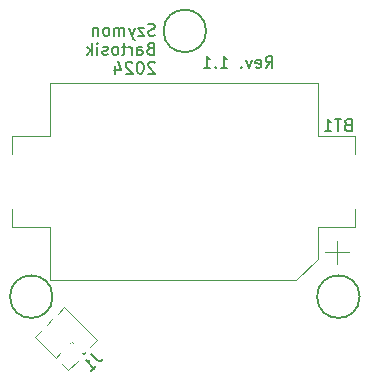
<source format=gbr>
%TF.GenerationSoftware,KiCad,Pcbnew,7.0.10*%
%TF.CreationDate,2025-02-13T20:32:26+01:00*%
%TF.ProjectId,Retro_Bubble_LED_Watch,52657472-6f5f-4427-9562-626c655f4c45,1.1*%
%TF.SameCoordinates,Original*%
%TF.FileFunction,Legend,Bot*%
%TF.FilePolarity,Positive*%
%FSLAX46Y46*%
G04 Gerber Fmt 4.6, Leading zero omitted, Abs format (unit mm)*
G04 Created by KiCad (PCBNEW 7.0.10) date 2025-02-13 20:32:26*
%MOMM*%
%LPD*%
G01*
G04 APERTURE LIST*
%ADD10C,0.200000*%
%ADD11C,0.150000*%
%ADD12C,0.120000*%
G04 APERTURE END LIST*
D10*
X139550000Y-107250000D02*
G75*
G03*
X135950000Y-107250000I-1800000J0D01*
G01*
X135950000Y-107250000D02*
G75*
G03*
X139550000Y-107250000I1800000J0D01*
G01*
X165550000Y-107250000D02*
G75*
G03*
X161950000Y-107250000I-1800000J0D01*
G01*
X161950000Y-107250000D02*
G75*
G03*
X165550000Y-107250000I1800000J0D01*
G01*
X152550000Y-84750000D02*
G75*
G03*
X148950000Y-84750000I-1800000J0D01*
G01*
X148950000Y-84750000D02*
G75*
G03*
X152550000Y-84750000I1800000J0D01*
G01*
D11*
X148210839Y-85102200D02*
X148067982Y-85149819D01*
X148067982Y-85149819D02*
X147829887Y-85149819D01*
X147829887Y-85149819D02*
X147734649Y-85102200D01*
X147734649Y-85102200D02*
X147687030Y-85054580D01*
X147687030Y-85054580D02*
X147639411Y-84959342D01*
X147639411Y-84959342D02*
X147639411Y-84864104D01*
X147639411Y-84864104D02*
X147687030Y-84768866D01*
X147687030Y-84768866D02*
X147734649Y-84721247D01*
X147734649Y-84721247D02*
X147829887Y-84673628D01*
X147829887Y-84673628D02*
X148020363Y-84626009D01*
X148020363Y-84626009D02*
X148115601Y-84578390D01*
X148115601Y-84578390D02*
X148163220Y-84530771D01*
X148163220Y-84530771D02*
X148210839Y-84435533D01*
X148210839Y-84435533D02*
X148210839Y-84340295D01*
X148210839Y-84340295D02*
X148163220Y-84245057D01*
X148163220Y-84245057D02*
X148115601Y-84197438D01*
X148115601Y-84197438D02*
X148020363Y-84149819D01*
X148020363Y-84149819D02*
X147782268Y-84149819D01*
X147782268Y-84149819D02*
X147639411Y-84197438D01*
X147306077Y-84483152D02*
X146782268Y-84483152D01*
X146782268Y-84483152D02*
X147306077Y-85149819D01*
X147306077Y-85149819D02*
X146782268Y-85149819D01*
X146496553Y-84483152D02*
X146258458Y-85149819D01*
X146020363Y-84483152D02*
X146258458Y-85149819D01*
X146258458Y-85149819D02*
X146353696Y-85387914D01*
X146353696Y-85387914D02*
X146401315Y-85435533D01*
X146401315Y-85435533D02*
X146496553Y-85483152D01*
X145639410Y-85149819D02*
X145639410Y-84483152D01*
X145639410Y-84578390D02*
X145591791Y-84530771D01*
X145591791Y-84530771D02*
X145496553Y-84483152D01*
X145496553Y-84483152D02*
X145353696Y-84483152D01*
X145353696Y-84483152D02*
X145258458Y-84530771D01*
X145258458Y-84530771D02*
X145210839Y-84626009D01*
X145210839Y-84626009D02*
X145210839Y-85149819D01*
X145210839Y-84626009D02*
X145163220Y-84530771D01*
X145163220Y-84530771D02*
X145067982Y-84483152D01*
X145067982Y-84483152D02*
X144925125Y-84483152D01*
X144925125Y-84483152D02*
X144829886Y-84530771D01*
X144829886Y-84530771D02*
X144782267Y-84626009D01*
X144782267Y-84626009D02*
X144782267Y-85149819D01*
X144163220Y-85149819D02*
X144258458Y-85102200D01*
X144258458Y-85102200D02*
X144306077Y-85054580D01*
X144306077Y-85054580D02*
X144353696Y-84959342D01*
X144353696Y-84959342D02*
X144353696Y-84673628D01*
X144353696Y-84673628D02*
X144306077Y-84578390D01*
X144306077Y-84578390D02*
X144258458Y-84530771D01*
X144258458Y-84530771D02*
X144163220Y-84483152D01*
X144163220Y-84483152D02*
X144020363Y-84483152D01*
X144020363Y-84483152D02*
X143925125Y-84530771D01*
X143925125Y-84530771D02*
X143877506Y-84578390D01*
X143877506Y-84578390D02*
X143829887Y-84673628D01*
X143829887Y-84673628D02*
X143829887Y-84959342D01*
X143829887Y-84959342D02*
X143877506Y-85054580D01*
X143877506Y-85054580D02*
X143925125Y-85102200D01*
X143925125Y-85102200D02*
X144020363Y-85149819D01*
X144020363Y-85149819D02*
X144163220Y-85149819D01*
X143401315Y-84483152D02*
X143401315Y-85149819D01*
X143401315Y-84578390D02*
X143353696Y-84530771D01*
X143353696Y-84530771D02*
X143258458Y-84483152D01*
X143258458Y-84483152D02*
X143115601Y-84483152D01*
X143115601Y-84483152D02*
X143020363Y-84530771D01*
X143020363Y-84530771D02*
X142972744Y-84626009D01*
X142972744Y-84626009D02*
X142972744Y-85149819D01*
X147829887Y-86236009D02*
X147687030Y-86283628D01*
X147687030Y-86283628D02*
X147639411Y-86331247D01*
X147639411Y-86331247D02*
X147591792Y-86426485D01*
X147591792Y-86426485D02*
X147591792Y-86569342D01*
X147591792Y-86569342D02*
X147639411Y-86664580D01*
X147639411Y-86664580D02*
X147687030Y-86712200D01*
X147687030Y-86712200D02*
X147782268Y-86759819D01*
X147782268Y-86759819D02*
X148163220Y-86759819D01*
X148163220Y-86759819D02*
X148163220Y-85759819D01*
X148163220Y-85759819D02*
X147829887Y-85759819D01*
X147829887Y-85759819D02*
X147734649Y-85807438D01*
X147734649Y-85807438D02*
X147687030Y-85855057D01*
X147687030Y-85855057D02*
X147639411Y-85950295D01*
X147639411Y-85950295D02*
X147639411Y-86045533D01*
X147639411Y-86045533D02*
X147687030Y-86140771D01*
X147687030Y-86140771D02*
X147734649Y-86188390D01*
X147734649Y-86188390D02*
X147829887Y-86236009D01*
X147829887Y-86236009D02*
X148163220Y-86236009D01*
X146734649Y-86759819D02*
X146734649Y-86236009D01*
X146734649Y-86236009D02*
X146782268Y-86140771D01*
X146782268Y-86140771D02*
X146877506Y-86093152D01*
X146877506Y-86093152D02*
X147067982Y-86093152D01*
X147067982Y-86093152D02*
X147163220Y-86140771D01*
X146734649Y-86712200D02*
X146829887Y-86759819D01*
X146829887Y-86759819D02*
X147067982Y-86759819D01*
X147067982Y-86759819D02*
X147163220Y-86712200D01*
X147163220Y-86712200D02*
X147210839Y-86616961D01*
X147210839Y-86616961D02*
X147210839Y-86521723D01*
X147210839Y-86521723D02*
X147163220Y-86426485D01*
X147163220Y-86426485D02*
X147067982Y-86378866D01*
X147067982Y-86378866D02*
X146829887Y-86378866D01*
X146829887Y-86378866D02*
X146734649Y-86331247D01*
X146258458Y-86759819D02*
X146258458Y-86093152D01*
X146258458Y-86283628D02*
X146210839Y-86188390D01*
X146210839Y-86188390D02*
X146163220Y-86140771D01*
X146163220Y-86140771D02*
X146067982Y-86093152D01*
X146067982Y-86093152D02*
X145972744Y-86093152D01*
X145782267Y-86093152D02*
X145401315Y-86093152D01*
X145639410Y-85759819D02*
X145639410Y-86616961D01*
X145639410Y-86616961D02*
X145591791Y-86712200D01*
X145591791Y-86712200D02*
X145496553Y-86759819D01*
X145496553Y-86759819D02*
X145401315Y-86759819D01*
X144925124Y-86759819D02*
X145020362Y-86712200D01*
X145020362Y-86712200D02*
X145067981Y-86664580D01*
X145067981Y-86664580D02*
X145115600Y-86569342D01*
X145115600Y-86569342D02*
X145115600Y-86283628D01*
X145115600Y-86283628D02*
X145067981Y-86188390D01*
X145067981Y-86188390D02*
X145020362Y-86140771D01*
X145020362Y-86140771D02*
X144925124Y-86093152D01*
X144925124Y-86093152D02*
X144782267Y-86093152D01*
X144782267Y-86093152D02*
X144687029Y-86140771D01*
X144687029Y-86140771D02*
X144639410Y-86188390D01*
X144639410Y-86188390D02*
X144591791Y-86283628D01*
X144591791Y-86283628D02*
X144591791Y-86569342D01*
X144591791Y-86569342D02*
X144639410Y-86664580D01*
X144639410Y-86664580D02*
X144687029Y-86712200D01*
X144687029Y-86712200D02*
X144782267Y-86759819D01*
X144782267Y-86759819D02*
X144925124Y-86759819D01*
X144210838Y-86712200D02*
X144115600Y-86759819D01*
X144115600Y-86759819D02*
X143925124Y-86759819D01*
X143925124Y-86759819D02*
X143829886Y-86712200D01*
X143829886Y-86712200D02*
X143782267Y-86616961D01*
X143782267Y-86616961D02*
X143782267Y-86569342D01*
X143782267Y-86569342D02*
X143829886Y-86474104D01*
X143829886Y-86474104D02*
X143925124Y-86426485D01*
X143925124Y-86426485D02*
X144067981Y-86426485D01*
X144067981Y-86426485D02*
X144163219Y-86378866D01*
X144163219Y-86378866D02*
X144210838Y-86283628D01*
X144210838Y-86283628D02*
X144210838Y-86236009D01*
X144210838Y-86236009D02*
X144163219Y-86140771D01*
X144163219Y-86140771D02*
X144067981Y-86093152D01*
X144067981Y-86093152D02*
X143925124Y-86093152D01*
X143925124Y-86093152D02*
X143829886Y-86140771D01*
X143353695Y-86759819D02*
X143353695Y-86093152D01*
X143353695Y-85759819D02*
X143401314Y-85807438D01*
X143401314Y-85807438D02*
X143353695Y-85855057D01*
X143353695Y-85855057D02*
X143306076Y-85807438D01*
X143306076Y-85807438D02*
X143353695Y-85759819D01*
X143353695Y-85759819D02*
X143353695Y-85855057D01*
X142877505Y-86759819D02*
X142877505Y-85759819D01*
X142782267Y-86378866D02*
X142496553Y-86759819D01*
X142496553Y-86093152D02*
X142877505Y-86474104D01*
X148210839Y-87465057D02*
X148163220Y-87417438D01*
X148163220Y-87417438D02*
X148067982Y-87369819D01*
X148067982Y-87369819D02*
X147829887Y-87369819D01*
X147829887Y-87369819D02*
X147734649Y-87417438D01*
X147734649Y-87417438D02*
X147687030Y-87465057D01*
X147687030Y-87465057D02*
X147639411Y-87560295D01*
X147639411Y-87560295D02*
X147639411Y-87655533D01*
X147639411Y-87655533D02*
X147687030Y-87798390D01*
X147687030Y-87798390D02*
X148258458Y-88369819D01*
X148258458Y-88369819D02*
X147639411Y-88369819D01*
X147020363Y-87369819D02*
X146925125Y-87369819D01*
X146925125Y-87369819D02*
X146829887Y-87417438D01*
X146829887Y-87417438D02*
X146782268Y-87465057D01*
X146782268Y-87465057D02*
X146734649Y-87560295D01*
X146734649Y-87560295D02*
X146687030Y-87750771D01*
X146687030Y-87750771D02*
X146687030Y-87988866D01*
X146687030Y-87988866D02*
X146734649Y-88179342D01*
X146734649Y-88179342D02*
X146782268Y-88274580D01*
X146782268Y-88274580D02*
X146829887Y-88322200D01*
X146829887Y-88322200D02*
X146925125Y-88369819D01*
X146925125Y-88369819D02*
X147020363Y-88369819D01*
X147020363Y-88369819D02*
X147115601Y-88322200D01*
X147115601Y-88322200D02*
X147163220Y-88274580D01*
X147163220Y-88274580D02*
X147210839Y-88179342D01*
X147210839Y-88179342D02*
X147258458Y-87988866D01*
X147258458Y-87988866D02*
X147258458Y-87750771D01*
X147258458Y-87750771D02*
X147210839Y-87560295D01*
X147210839Y-87560295D02*
X147163220Y-87465057D01*
X147163220Y-87465057D02*
X147115601Y-87417438D01*
X147115601Y-87417438D02*
X147020363Y-87369819D01*
X146306077Y-87465057D02*
X146258458Y-87417438D01*
X146258458Y-87417438D02*
X146163220Y-87369819D01*
X146163220Y-87369819D02*
X145925125Y-87369819D01*
X145925125Y-87369819D02*
X145829887Y-87417438D01*
X145829887Y-87417438D02*
X145782268Y-87465057D01*
X145782268Y-87465057D02*
X145734649Y-87560295D01*
X145734649Y-87560295D02*
X145734649Y-87655533D01*
X145734649Y-87655533D02*
X145782268Y-87798390D01*
X145782268Y-87798390D02*
X146353696Y-88369819D01*
X146353696Y-88369819D02*
X145734649Y-88369819D01*
X144877506Y-87703152D02*
X144877506Y-88369819D01*
X145115601Y-87322200D02*
X145353696Y-88036485D01*
X145353696Y-88036485D02*
X144734649Y-88036485D01*
X157591792Y-87869819D02*
X157925125Y-87393628D01*
X158163220Y-87869819D02*
X158163220Y-86869819D01*
X158163220Y-86869819D02*
X157782268Y-86869819D01*
X157782268Y-86869819D02*
X157687030Y-86917438D01*
X157687030Y-86917438D02*
X157639411Y-86965057D01*
X157639411Y-86965057D02*
X157591792Y-87060295D01*
X157591792Y-87060295D02*
X157591792Y-87203152D01*
X157591792Y-87203152D02*
X157639411Y-87298390D01*
X157639411Y-87298390D02*
X157687030Y-87346009D01*
X157687030Y-87346009D02*
X157782268Y-87393628D01*
X157782268Y-87393628D02*
X158163220Y-87393628D01*
X156782268Y-87822200D02*
X156877506Y-87869819D01*
X156877506Y-87869819D02*
X157067982Y-87869819D01*
X157067982Y-87869819D02*
X157163220Y-87822200D01*
X157163220Y-87822200D02*
X157210839Y-87726961D01*
X157210839Y-87726961D02*
X157210839Y-87346009D01*
X157210839Y-87346009D02*
X157163220Y-87250771D01*
X157163220Y-87250771D02*
X157067982Y-87203152D01*
X157067982Y-87203152D02*
X156877506Y-87203152D01*
X156877506Y-87203152D02*
X156782268Y-87250771D01*
X156782268Y-87250771D02*
X156734649Y-87346009D01*
X156734649Y-87346009D02*
X156734649Y-87441247D01*
X156734649Y-87441247D02*
X157210839Y-87536485D01*
X156401315Y-87203152D02*
X156163220Y-87869819D01*
X156163220Y-87869819D02*
X155925125Y-87203152D01*
X155544172Y-87774580D02*
X155496553Y-87822200D01*
X155496553Y-87822200D02*
X155544172Y-87869819D01*
X155544172Y-87869819D02*
X155591791Y-87822200D01*
X155591791Y-87822200D02*
X155544172Y-87774580D01*
X155544172Y-87774580D02*
X155544172Y-87869819D01*
X153782268Y-87869819D02*
X154353696Y-87869819D01*
X154067982Y-87869819D02*
X154067982Y-86869819D01*
X154067982Y-86869819D02*
X154163220Y-87012676D01*
X154163220Y-87012676D02*
X154258458Y-87107914D01*
X154258458Y-87107914D02*
X154353696Y-87155533D01*
X153353696Y-87774580D02*
X153306077Y-87822200D01*
X153306077Y-87822200D02*
X153353696Y-87869819D01*
X153353696Y-87869819D02*
X153401315Y-87822200D01*
X153401315Y-87822200D02*
X153353696Y-87774580D01*
X153353696Y-87774580D02*
X153353696Y-87869819D01*
X152353697Y-87869819D02*
X152925125Y-87869819D01*
X152639411Y-87869819D02*
X152639411Y-86869819D01*
X152639411Y-86869819D02*
X152734649Y-87012676D01*
X152734649Y-87012676D02*
X152829887Y-87107914D01*
X152829887Y-87107914D02*
X152925125Y-87155533D01*
X142850200Y-112128796D02*
X143355276Y-112633872D01*
X143355276Y-112633872D02*
X143489963Y-112701216D01*
X143489963Y-112701216D02*
X143624650Y-112701216D01*
X143624650Y-112701216D02*
X143759337Y-112633872D01*
X143759337Y-112633872D02*
X143826681Y-112566529D01*
X142850200Y-113543010D02*
X143254261Y-113138949D01*
X143052230Y-113340979D02*
X142345123Y-112633872D01*
X142345123Y-112633872D02*
X142513482Y-112667544D01*
X142513482Y-112667544D02*
X142648169Y-112667544D01*
X142648169Y-112667544D02*
X142749184Y-112633872D01*
X164535714Y-92681009D02*
X164392857Y-92728628D01*
X164392857Y-92728628D02*
X164345238Y-92776247D01*
X164345238Y-92776247D02*
X164297619Y-92871485D01*
X164297619Y-92871485D02*
X164297619Y-93014342D01*
X164297619Y-93014342D02*
X164345238Y-93109580D01*
X164345238Y-93109580D02*
X164392857Y-93157200D01*
X164392857Y-93157200D02*
X164488095Y-93204819D01*
X164488095Y-93204819D02*
X164869047Y-93204819D01*
X164869047Y-93204819D02*
X164869047Y-92204819D01*
X164869047Y-92204819D02*
X164535714Y-92204819D01*
X164535714Y-92204819D02*
X164440476Y-92252438D01*
X164440476Y-92252438D02*
X164392857Y-92300057D01*
X164392857Y-92300057D02*
X164345238Y-92395295D01*
X164345238Y-92395295D02*
X164345238Y-92490533D01*
X164345238Y-92490533D02*
X164392857Y-92585771D01*
X164392857Y-92585771D02*
X164440476Y-92633390D01*
X164440476Y-92633390D02*
X164535714Y-92681009D01*
X164535714Y-92681009D02*
X164869047Y-92681009D01*
X164011904Y-92204819D02*
X163440476Y-92204819D01*
X163726190Y-93204819D02*
X163726190Y-92204819D01*
X162583333Y-93204819D02*
X163154761Y-93204819D01*
X162869047Y-93204819D02*
X162869047Y-92204819D01*
X162869047Y-92204819D02*
X162964285Y-92347676D01*
X162964285Y-92347676D02*
X163059523Y-92442914D01*
X163059523Y-92442914D02*
X163154761Y-92490533D01*
D12*
%TO.C,J1*%
X138061505Y-110659566D02*
X138643079Y-110077992D01*
X139811594Y-112409656D02*
X138061505Y-110659566D01*
X139811594Y-112409656D02*
X140212191Y-112009059D01*
X140348995Y-112947057D02*
X140886396Y-113484458D01*
X140886396Y-113484458D02*
X141685427Y-112685427D01*
X139077992Y-109643079D02*
X139541105Y-109179966D01*
X141009059Y-111212191D02*
X141110216Y-111111033D01*
X141185836Y-111111033D02*
X141286993Y-111212191D01*
X142083861Y-112009059D02*
X142176866Y-112102064D01*
X142176866Y-112102064D02*
X142320034Y-111958896D01*
X139976018Y-108745053D02*
X140557592Y-108163479D01*
X142754947Y-111523983D02*
X143336521Y-110942409D01*
X143336521Y-110942409D02*
X140557592Y-108163479D01*
%TO.C,BT1*%
X165200000Y-101350000D02*
X165200000Y-99800000D01*
X165200000Y-93650000D02*
X165200000Y-95200000D01*
X163650000Y-102500000D02*
X163650000Y-104500000D01*
X162650000Y-103500000D02*
X164650000Y-103500000D01*
X162000000Y-104050000D02*
X162000000Y-101350000D01*
X162000000Y-101350000D02*
X165200000Y-101350000D01*
X162000000Y-93650000D02*
X165200000Y-93650000D01*
X162000000Y-89150000D02*
X162000000Y-93650000D01*
X162000000Y-89150000D02*
X139300000Y-89150000D01*
X160200000Y-105850000D02*
X162000000Y-104050000D01*
X139300000Y-105850000D02*
X160200000Y-105850000D01*
X139300000Y-105850000D02*
X139300000Y-101350000D01*
X139300000Y-101350000D02*
X136100000Y-101350000D01*
X139300000Y-93650000D02*
X136100000Y-93650000D01*
X139300000Y-89150000D02*
X139300000Y-93650000D01*
X136100000Y-101350000D02*
X136100000Y-99800000D01*
X136100000Y-93650000D02*
X136100000Y-95200000D01*
%TD*%
M02*

</source>
